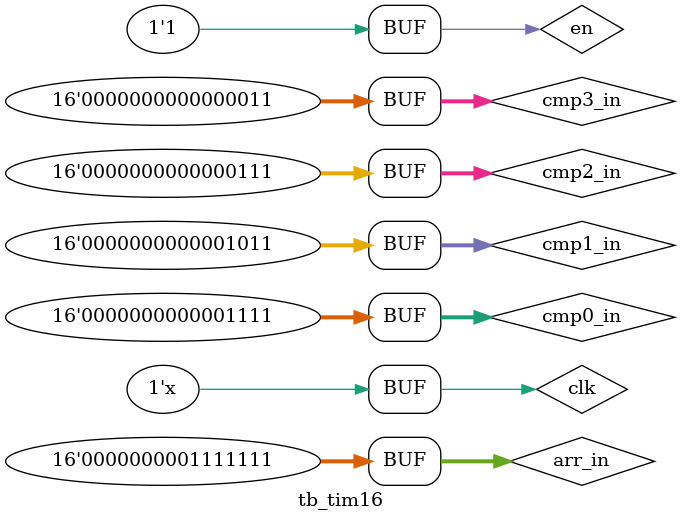
<source format=v>
module tb_tim16;
	reg clk = 1'b0;
	
	always
		#1 clk = ~clk;
	
	reg en = 1'b0;
	reg [15:0] arr_in = 16'hF; 
	reg [15:0] cmp0_in = 16'h3;
	reg [15:0] cmp1_in = 16'h7;
	reg [15:0] cmp2_in = 16'hB;
	reg [15:0] cmp3_in = 16'hF;
	wire out, cmp0_out, cmp1_out, cmp2_out, cmp3_out;
	
	tim16 #( 
		.psc(16'hF) 
	) tested (  
		.clk(clk), 
		.en(en), 
		.arr(arr_in), 
		.out(out), 
		
		.cmp0(cmp0_in), 
		.cmp0_out(cmp0_out), 
		
		.cmp1(cmp1_in), 
		.cmp1_out(cmp1_out), 
		
		.cmp2(cmp2_in), 
		.cmp2_out(cmp2_out), 
		
		.cmp3(cmp3_in), 
		.cmp3_out(cmp3_out)
	);
	
	initial begin
		#10 en = 1'b1;
		#64 arr_in = 16'h7F;
		#115 cmp0_in = 16'hF;
		#0 cmp1_in = 16'hB;
		#0 cmp2_in = 16'h7;
		#0 cmp3_in = 16'h3;
	end
endmodule

</source>
